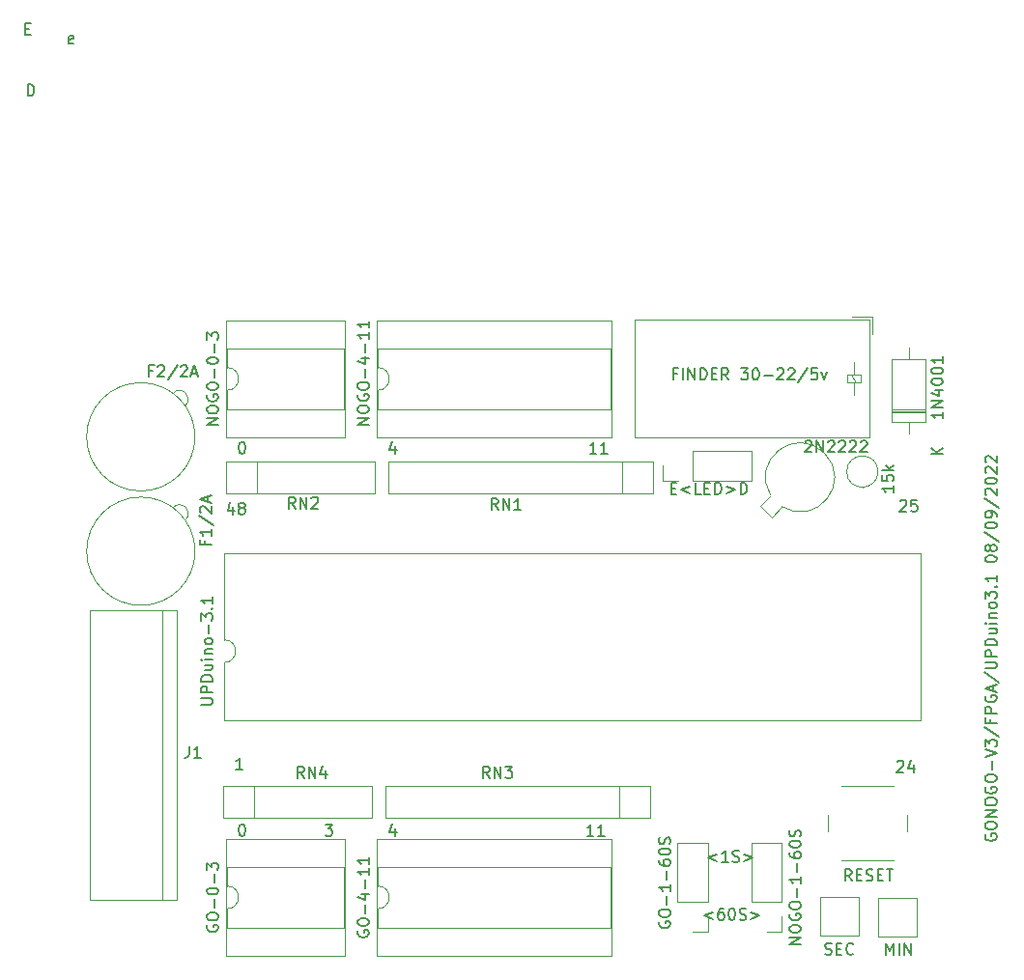
<source format=gbr>
%TF.GenerationSoftware,KiCad,Pcbnew,(5.1.9)-1*%
%TF.CreationDate,2022-09-08T11:50:57+02:00*%
%TF.ProjectId,gonogo-upduino,676f6e6f-676f-42d7-9570-6475696e6f2e,rev?*%
%TF.SameCoordinates,Original*%
%TF.FileFunction,Legend,Top*%
%TF.FilePolarity,Positive*%
%FSLAX46Y46*%
G04 Gerber Fmt 4.6, Leading zero omitted, Abs format (unit mm)*
G04 Created by KiCad (PCBNEW (5.1.9)-1) date 2022-09-08 11:50:57*
%MOMM*%
%LPD*%
G01*
G04 APERTURE LIST*
%ADD10C,0.150000*%
%ADD11C,0.120000*%
G04 APERTURE END LIST*
D10*
X199525000Y-100383523D02*
X199477380Y-100478761D01*
X199477380Y-100621619D01*
X199525000Y-100764476D01*
X199620238Y-100859714D01*
X199715476Y-100907333D01*
X199905952Y-100954952D01*
X200048809Y-100954952D01*
X200239285Y-100907333D01*
X200334523Y-100859714D01*
X200429761Y-100764476D01*
X200477380Y-100621619D01*
X200477380Y-100526380D01*
X200429761Y-100383523D01*
X200382142Y-100335904D01*
X200048809Y-100335904D01*
X200048809Y-100526380D01*
X199477380Y-99716857D02*
X199477380Y-99526380D01*
X199525000Y-99431142D01*
X199620238Y-99335904D01*
X199810714Y-99288285D01*
X200144047Y-99288285D01*
X200334523Y-99335904D01*
X200429761Y-99431142D01*
X200477380Y-99526380D01*
X200477380Y-99716857D01*
X200429761Y-99812095D01*
X200334523Y-99907333D01*
X200144047Y-99954952D01*
X199810714Y-99954952D01*
X199620238Y-99907333D01*
X199525000Y-99812095D01*
X199477380Y-99716857D01*
X200477380Y-98859714D02*
X199477380Y-98859714D01*
X200477380Y-98288285D01*
X199477380Y-98288285D01*
X199477380Y-97621619D02*
X199477380Y-97431142D01*
X199525000Y-97335904D01*
X199620238Y-97240666D01*
X199810714Y-97193047D01*
X200144047Y-97193047D01*
X200334523Y-97240666D01*
X200429761Y-97335904D01*
X200477380Y-97431142D01*
X200477380Y-97621619D01*
X200429761Y-97716857D01*
X200334523Y-97812095D01*
X200144047Y-97859714D01*
X199810714Y-97859714D01*
X199620238Y-97812095D01*
X199525000Y-97716857D01*
X199477380Y-97621619D01*
X199525000Y-96240666D02*
X199477380Y-96335904D01*
X199477380Y-96478761D01*
X199525000Y-96621619D01*
X199620238Y-96716857D01*
X199715476Y-96764476D01*
X199905952Y-96812095D01*
X200048809Y-96812095D01*
X200239285Y-96764476D01*
X200334523Y-96716857D01*
X200429761Y-96621619D01*
X200477380Y-96478761D01*
X200477380Y-96383523D01*
X200429761Y-96240666D01*
X200382142Y-96193047D01*
X200048809Y-96193047D01*
X200048809Y-96383523D01*
X199477380Y-95574000D02*
X199477380Y-95383523D01*
X199525000Y-95288285D01*
X199620238Y-95193047D01*
X199810714Y-95145428D01*
X200144047Y-95145428D01*
X200334523Y-95193047D01*
X200429761Y-95288285D01*
X200477380Y-95383523D01*
X200477380Y-95574000D01*
X200429761Y-95669238D01*
X200334523Y-95764476D01*
X200144047Y-95812095D01*
X199810714Y-95812095D01*
X199620238Y-95764476D01*
X199525000Y-95669238D01*
X199477380Y-95574000D01*
X200096428Y-94716857D02*
X200096428Y-93954952D01*
X199477380Y-93621619D02*
X200477380Y-93288285D01*
X199477380Y-92954952D01*
X199477380Y-92716857D02*
X199477380Y-92097809D01*
X199858333Y-92431142D01*
X199858333Y-92288285D01*
X199905952Y-92193047D01*
X199953571Y-92145428D01*
X200048809Y-92097809D01*
X200286904Y-92097809D01*
X200382142Y-92145428D01*
X200429761Y-92193047D01*
X200477380Y-92288285D01*
X200477380Y-92574000D01*
X200429761Y-92669238D01*
X200382142Y-92716857D01*
X199429761Y-90954952D02*
X200715476Y-91812095D01*
X199953571Y-90288285D02*
X199953571Y-90621619D01*
X200477380Y-90621619D02*
X199477380Y-90621619D01*
X199477380Y-90145428D01*
X200477380Y-89764476D02*
X199477380Y-89764476D01*
X199477380Y-89383523D01*
X199525000Y-89288285D01*
X199572619Y-89240666D01*
X199667857Y-89193047D01*
X199810714Y-89193047D01*
X199905952Y-89240666D01*
X199953571Y-89288285D01*
X200001190Y-89383523D01*
X200001190Y-89764476D01*
X199525000Y-88240666D02*
X199477380Y-88335904D01*
X199477380Y-88478761D01*
X199525000Y-88621619D01*
X199620238Y-88716857D01*
X199715476Y-88764476D01*
X199905952Y-88812095D01*
X200048809Y-88812095D01*
X200239285Y-88764476D01*
X200334523Y-88716857D01*
X200429761Y-88621619D01*
X200477380Y-88478761D01*
X200477380Y-88383523D01*
X200429761Y-88240666D01*
X200382142Y-88193047D01*
X200048809Y-88193047D01*
X200048809Y-88383523D01*
X200191666Y-87812095D02*
X200191666Y-87335904D01*
X200477380Y-87907333D02*
X199477380Y-87574000D01*
X200477380Y-87240666D01*
X199429761Y-86193047D02*
X200715476Y-87050190D01*
X199477380Y-85859714D02*
X200286904Y-85859714D01*
X200382142Y-85812095D01*
X200429761Y-85764476D01*
X200477380Y-85669238D01*
X200477380Y-85478761D01*
X200429761Y-85383523D01*
X200382142Y-85335904D01*
X200286904Y-85288285D01*
X199477380Y-85288285D01*
X200477380Y-84812095D02*
X199477380Y-84812095D01*
X199477380Y-84431142D01*
X199525000Y-84335904D01*
X199572619Y-84288285D01*
X199667857Y-84240666D01*
X199810714Y-84240666D01*
X199905952Y-84288285D01*
X199953571Y-84335904D01*
X200001190Y-84431142D01*
X200001190Y-84812095D01*
X200477380Y-83812095D02*
X199477380Y-83812095D01*
X199477380Y-83574000D01*
X199525000Y-83431142D01*
X199620238Y-83335904D01*
X199715476Y-83288285D01*
X199905952Y-83240666D01*
X200048809Y-83240666D01*
X200239285Y-83288285D01*
X200334523Y-83335904D01*
X200429761Y-83431142D01*
X200477380Y-83574000D01*
X200477380Y-83812095D01*
X199810714Y-82383523D02*
X200477380Y-82383523D01*
X199810714Y-82812095D02*
X200334523Y-82812095D01*
X200429761Y-82764476D01*
X200477380Y-82669238D01*
X200477380Y-82526380D01*
X200429761Y-82431142D01*
X200382142Y-82383523D01*
X200477380Y-81907333D02*
X199810714Y-81907333D01*
X199477380Y-81907333D02*
X199525000Y-81954952D01*
X199572619Y-81907333D01*
X199525000Y-81859714D01*
X199477380Y-81907333D01*
X199572619Y-81907333D01*
X199810714Y-81431142D02*
X200477380Y-81431142D01*
X199905952Y-81431142D02*
X199858333Y-81383523D01*
X199810714Y-81288285D01*
X199810714Y-81145428D01*
X199858333Y-81050190D01*
X199953571Y-81002571D01*
X200477380Y-81002571D01*
X200477380Y-80383523D02*
X200429761Y-80478761D01*
X200382142Y-80526380D01*
X200286904Y-80574000D01*
X200001190Y-80574000D01*
X199905952Y-80526380D01*
X199858333Y-80478761D01*
X199810714Y-80383523D01*
X199810714Y-80240666D01*
X199858333Y-80145428D01*
X199905952Y-80097809D01*
X200001190Y-80050190D01*
X200286904Y-80050190D01*
X200382142Y-80097809D01*
X200429761Y-80145428D01*
X200477380Y-80240666D01*
X200477380Y-80383523D01*
X199477380Y-79716857D02*
X199477380Y-79097809D01*
X199858333Y-79431142D01*
X199858333Y-79288285D01*
X199905952Y-79193047D01*
X199953571Y-79145428D01*
X200048809Y-79097809D01*
X200286904Y-79097809D01*
X200382142Y-79145428D01*
X200429761Y-79193047D01*
X200477380Y-79288285D01*
X200477380Y-79574000D01*
X200429761Y-79669238D01*
X200382142Y-79716857D01*
X200382142Y-78669238D02*
X200429761Y-78621619D01*
X200477380Y-78669238D01*
X200429761Y-78716857D01*
X200382142Y-78669238D01*
X200477380Y-78669238D01*
X200477380Y-77669238D02*
X200477380Y-78240666D01*
X200477380Y-77954952D02*
X199477380Y-77954952D01*
X199620238Y-78050190D01*
X199715476Y-78145428D01*
X199763095Y-78240666D01*
X199477380Y-76288285D02*
X199477380Y-76193047D01*
X199525000Y-76097809D01*
X199572619Y-76050190D01*
X199667857Y-76002571D01*
X199858333Y-75954952D01*
X200096428Y-75954952D01*
X200286904Y-76002571D01*
X200382142Y-76050190D01*
X200429761Y-76097809D01*
X200477380Y-76193047D01*
X200477380Y-76288285D01*
X200429761Y-76383523D01*
X200382142Y-76431142D01*
X200286904Y-76478761D01*
X200096428Y-76526380D01*
X199858333Y-76526380D01*
X199667857Y-76478761D01*
X199572619Y-76431142D01*
X199525000Y-76383523D01*
X199477380Y-76288285D01*
X199905952Y-75383523D02*
X199858333Y-75478761D01*
X199810714Y-75526380D01*
X199715476Y-75574000D01*
X199667857Y-75574000D01*
X199572619Y-75526380D01*
X199525000Y-75478761D01*
X199477380Y-75383523D01*
X199477380Y-75193047D01*
X199525000Y-75097809D01*
X199572619Y-75050190D01*
X199667857Y-75002571D01*
X199715476Y-75002571D01*
X199810714Y-75050190D01*
X199858333Y-75097809D01*
X199905952Y-75193047D01*
X199905952Y-75383523D01*
X199953571Y-75478761D01*
X200001190Y-75526380D01*
X200096428Y-75574000D01*
X200286904Y-75574000D01*
X200382142Y-75526380D01*
X200429761Y-75478761D01*
X200477380Y-75383523D01*
X200477380Y-75193047D01*
X200429761Y-75097809D01*
X200382142Y-75050190D01*
X200286904Y-75002571D01*
X200096428Y-75002571D01*
X200001190Y-75050190D01*
X199953571Y-75097809D01*
X199905952Y-75193047D01*
X199429761Y-73859714D02*
X200715476Y-74716857D01*
X199477380Y-73335904D02*
X199477380Y-73240666D01*
X199525000Y-73145428D01*
X199572619Y-73097809D01*
X199667857Y-73050190D01*
X199858333Y-73002571D01*
X200096428Y-73002571D01*
X200286904Y-73050190D01*
X200382142Y-73097809D01*
X200429761Y-73145428D01*
X200477380Y-73240666D01*
X200477380Y-73335904D01*
X200429761Y-73431142D01*
X200382142Y-73478761D01*
X200286904Y-73526380D01*
X200096428Y-73574000D01*
X199858333Y-73574000D01*
X199667857Y-73526380D01*
X199572619Y-73478761D01*
X199525000Y-73431142D01*
X199477380Y-73335904D01*
X200477380Y-72526380D02*
X200477380Y-72335904D01*
X200429761Y-72240666D01*
X200382142Y-72193047D01*
X200239285Y-72097809D01*
X200048809Y-72050190D01*
X199667857Y-72050190D01*
X199572619Y-72097809D01*
X199525000Y-72145428D01*
X199477380Y-72240666D01*
X199477380Y-72431142D01*
X199525000Y-72526380D01*
X199572619Y-72574000D01*
X199667857Y-72621619D01*
X199905952Y-72621619D01*
X200001190Y-72574000D01*
X200048809Y-72526380D01*
X200096428Y-72431142D01*
X200096428Y-72240666D01*
X200048809Y-72145428D01*
X200001190Y-72097809D01*
X199905952Y-72050190D01*
X199429761Y-70907333D02*
X200715476Y-71764476D01*
X199572619Y-70621619D02*
X199525000Y-70574000D01*
X199477380Y-70478761D01*
X199477380Y-70240666D01*
X199525000Y-70145428D01*
X199572619Y-70097809D01*
X199667857Y-70050190D01*
X199763095Y-70050190D01*
X199905952Y-70097809D01*
X200477380Y-70669238D01*
X200477380Y-70050190D01*
X199477380Y-69431142D02*
X199477380Y-69335904D01*
X199525000Y-69240666D01*
X199572619Y-69193047D01*
X199667857Y-69145428D01*
X199858333Y-69097809D01*
X200096428Y-69097809D01*
X200286904Y-69145428D01*
X200382142Y-69193047D01*
X200429761Y-69240666D01*
X200477380Y-69335904D01*
X200477380Y-69431142D01*
X200429761Y-69526380D01*
X200382142Y-69574000D01*
X200286904Y-69621619D01*
X200096428Y-69669238D01*
X199858333Y-69669238D01*
X199667857Y-69621619D01*
X199572619Y-69574000D01*
X199525000Y-69526380D01*
X199477380Y-69431142D01*
X199572619Y-68716857D02*
X199525000Y-68669238D01*
X199477380Y-68574000D01*
X199477380Y-68335904D01*
X199525000Y-68240666D01*
X199572619Y-68193047D01*
X199667857Y-68145428D01*
X199763095Y-68145428D01*
X199905952Y-68193047D01*
X200477380Y-68764476D01*
X200477380Y-68145428D01*
X199572619Y-67764476D02*
X199525000Y-67716857D01*
X199477380Y-67621619D01*
X199477380Y-67383523D01*
X199525000Y-67288285D01*
X199572619Y-67240666D01*
X199667857Y-67193047D01*
X199763095Y-67193047D01*
X199905952Y-67240666D01*
X200477380Y-67812095D01*
X200477380Y-67193047D01*
X133572285Y-71667714D02*
X133572285Y-72334380D01*
X133334190Y-71286761D02*
X133096095Y-72001047D01*
X133715142Y-72001047D01*
X134238952Y-71762952D02*
X134143714Y-71715333D01*
X134096095Y-71667714D01*
X134048476Y-71572476D01*
X134048476Y-71524857D01*
X134096095Y-71429619D01*
X134143714Y-71382000D01*
X134238952Y-71334380D01*
X134429428Y-71334380D01*
X134524666Y-71382000D01*
X134572285Y-71429619D01*
X134619904Y-71524857D01*
X134619904Y-71572476D01*
X134572285Y-71667714D01*
X134524666Y-71715333D01*
X134429428Y-71762952D01*
X134238952Y-71762952D01*
X134143714Y-71810571D01*
X134096095Y-71858190D01*
X134048476Y-71953428D01*
X134048476Y-72143904D01*
X134096095Y-72239142D01*
X134143714Y-72286761D01*
X134238952Y-72334380D01*
X134429428Y-72334380D01*
X134524666Y-72286761D01*
X134572285Y-72239142D01*
X134619904Y-72143904D01*
X134619904Y-71953428D01*
X134572285Y-71858190D01*
X134524666Y-71810571D01*
X134429428Y-71762952D01*
X192024095Y-71175619D02*
X192071714Y-71128000D01*
X192166952Y-71080380D01*
X192405047Y-71080380D01*
X192500285Y-71128000D01*
X192547904Y-71175619D01*
X192595523Y-71270857D01*
X192595523Y-71366095D01*
X192547904Y-71508952D01*
X191976476Y-72080380D01*
X192595523Y-72080380D01*
X193500285Y-71080380D02*
X193024095Y-71080380D01*
X192976476Y-71556571D01*
X193024095Y-71508952D01*
X193119333Y-71461333D01*
X193357428Y-71461333D01*
X193452666Y-71508952D01*
X193500285Y-71556571D01*
X193547904Y-71651809D01*
X193547904Y-71889904D01*
X193500285Y-71985142D01*
X193452666Y-72032761D01*
X193357428Y-72080380D01*
X193119333Y-72080380D01*
X193024095Y-72032761D01*
X192976476Y-71985142D01*
X191770095Y-94035619D02*
X191817714Y-93988000D01*
X191912952Y-93940380D01*
X192151047Y-93940380D01*
X192246285Y-93988000D01*
X192293904Y-94035619D01*
X192341523Y-94130857D01*
X192341523Y-94226095D01*
X192293904Y-94368952D01*
X191722476Y-94940380D01*
X192341523Y-94940380D01*
X193198666Y-94273714D02*
X193198666Y-94940380D01*
X192960571Y-93892761D02*
X192722476Y-94607047D01*
X193341523Y-94607047D01*
X134397714Y-94686380D02*
X133826285Y-94686380D01*
X134112000Y-94686380D02*
X134112000Y-93686380D01*
X134016761Y-93829238D01*
X133921523Y-93924476D01*
X133826285Y-93972095D01*
X175625333Y-107227714D02*
X174863428Y-107513428D01*
X175625333Y-107799142D01*
X176530095Y-106894380D02*
X176339619Y-106894380D01*
X176244380Y-106942000D01*
X176196761Y-106989619D01*
X176101523Y-107132476D01*
X176053904Y-107322952D01*
X176053904Y-107703904D01*
X176101523Y-107799142D01*
X176149142Y-107846761D01*
X176244380Y-107894380D01*
X176434857Y-107894380D01*
X176530095Y-107846761D01*
X176577714Y-107799142D01*
X176625333Y-107703904D01*
X176625333Y-107465809D01*
X176577714Y-107370571D01*
X176530095Y-107322952D01*
X176434857Y-107275333D01*
X176244380Y-107275333D01*
X176149142Y-107322952D01*
X176101523Y-107370571D01*
X176053904Y-107465809D01*
X177244380Y-106894380D02*
X177339619Y-106894380D01*
X177434857Y-106942000D01*
X177482476Y-106989619D01*
X177530095Y-107084857D01*
X177577714Y-107275333D01*
X177577714Y-107513428D01*
X177530095Y-107703904D01*
X177482476Y-107799142D01*
X177434857Y-107846761D01*
X177339619Y-107894380D01*
X177244380Y-107894380D01*
X177149142Y-107846761D01*
X177101523Y-107799142D01*
X177053904Y-107703904D01*
X177006285Y-107513428D01*
X177006285Y-107275333D01*
X177053904Y-107084857D01*
X177101523Y-106989619D01*
X177149142Y-106942000D01*
X177244380Y-106894380D01*
X177958666Y-107846761D02*
X178101523Y-107894380D01*
X178339619Y-107894380D01*
X178434857Y-107846761D01*
X178482476Y-107799142D01*
X178530095Y-107703904D01*
X178530095Y-107608666D01*
X178482476Y-107513428D01*
X178434857Y-107465809D01*
X178339619Y-107418190D01*
X178149142Y-107370571D01*
X178053904Y-107322952D01*
X178006285Y-107275333D01*
X177958666Y-107180095D01*
X177958666Y-107084857D01*
X178006285Y-106989619D01*
X178053904Y-106942000D01*
X178149142Y-106894380D01*
X178387238Y-106894380D01*
X178530095Y-106942000D01*
X178958666Y-107227714D02*
X179720571Y-107513428D01*
X178958666Y-107799142D01*
X175974523Y-102147714D02*
X175212619Y-102433428D01*
X175974523Y-102719142D01*
X176974523Y-102814380D02*
X176403095Y-102814380D01*
X176688809Y-102814380D02*
X176688809Y-101814380D01*
X176593571Y-101957238D01*
X176498333Y-102052476D01*
X176403095Y-102100095D01*
X177355476Y-102766761D02*
X177498333Y-102814380D01*
X177736428Y-102814380D01*
X177831666Y-102766761D01*
X177879285Y-102719142D01*
X177926904Y-102623904D01*
X177926904Y-102528666D01*
X177879285Y-102433428D01*
X177831666Y-102385809D01*
X177736428Y-102338190D01*
X177545952Y-102290571D01*
X177450714Y-102242952D01*
X177403095Y-102195333D01*
X177355476Y-102100095D01*
X177355476Y-102004857D01*
X177403095Y-101909619D01*
X177450714Y-101862000D01*
X177545952Y-101814380D01*
X177784047Y-101814380D01*
X177926904Y-101862000D01*
X178355476Y-102147714D02*
X179117380Y-102433428D01*
X178355476Y-102719142D01*
X165163523Y-100528380D02*
X164592095Y-100528380D01*
X164877809Y-100528380D02*
X164877809Y-99528380D01*
X164782571Y-99671238D01*
X164687333Y-99766476D01*
X164592095Y-99814095D01*
X166115904Y-100528380D02*
X165544476Y-100528380D01*
X165830190Y-100528380D02*
X165830190Y-99528380D01*
X165734952Y-99671238D01*
X165639714Y-99766476D01*
X165544476Y-99814095D01*
X147764476Y-99861714D02*
X147764476Y-100528380D01*
X147526380Y-99480761D02*
X147288285Y-100195047D01*
X147907333Y-100195047D01*
X141652666Y-99528380D02*
X142271714Y-99528380D01*
X141938380Y-99909333D01*
X142081238Y-99909333D01*
X142176476Y-99956952D01*
X142224095Y-100004571D01*
X142271714Y-100099809D01*
X142271714Y-100337904D01*
X142224095Y-100433142D01*
X142176476Y-100480761D01*
X142081238Y-100528380D01*
X141795523Y-100528380D01*
X141700285Y-100480761D01*
X141652666Y-100433142D01*
X134318380Y-99528380D02*
X134413619Y-99528380D01*
X134508857Y-99576000D01*
X134556476Y-99623619D01*
X134604095Y-99718857D01*
X134651714Y-99909333D01*
X134651714Y-100147428D01*
X134604095Y-100337904D01*
X134556476Y-100433142D01*
X134508857Y-100480761D01*
X134413619Y-100528380D01*
X134318380Y-100528380D01*
X134223142Y-100480761D01*
X134175523Y-100433142D01*
X134127904Y-100337904D01*
X134080285Y-100147428D01*
X134080285Y-99909333D01*
X134127904Y-99718857D01*
X134175523Y-99623619D01*
X134223142Y-99576000D01*
X134318380Y-99528380D01*
X165417523Y-67000380D02*
X164846095Y-67000380D01*
X165131809Y-67000380D02*
X165131809Y-66000380D01*
X165036571Y-66143238D01*
X164941333Y-66238476D01*
X164846095Y-66286095D01*
X166369904Y-67000380D02*
X165798476Y-67000380D01*
X166084190Y-67000380D02*
X166084190Y-66000380D01*
X165988952Y-66143238D01*
X165893714Y-66238476D01*
X165798476Y-66286095D01*
X147764476Y-66333714D02*
X147764476Y-67000380D01*
X147526380Y-65952761D02*
X147288285Y-66667047D01*
X147907333Y-66667047D01*
X134318380Y-66000380D02*
X134413619Y-66000380D01*
X134508857Y-66048000D01*
X134556476Y-66095619D01*
X134604095Y-66190857D01*
X134651714Y-66381333D01*
X134651714Y-66619428D01*
X134604095Y-66809904D01*
X134556476Y-66905142D01*
X134508857Y-66952761D01*
X134413619Y-67000380D01*
X134318380Y-67000380D01*
X134223142Y-66952761D01*
X134175523Y-66905142D01*
X134127904Y-66809904D01*
X134080285Y-66619428D01*
X134080285Y-66381333D01*
X134127904Y-66190857D01*
X134175523Y-66095619D01*
X134223142Y-66048000D01*
X134318380Y-66000380D01*
X119570476Y-31011761D02*
X119475238Y-31059380D01*
X119284761Y-31059380D01*
X119189523Y-31011761D01*
X119141904Y-30916523D01*
X119141904Y-30535571D01*
X119189523Y-30440333D01*
X119284761Y-30392714D01*
X119475238Y-30392714D01*
X119570476Y-30440333D01*
X119618095Y-30535571D01*
X119618095Y-30630809D01*
X119141904Y-30726047D01*
X115562095Y-35631380D02*
X115562095Y-34631380D01*
X115800190Y-34631380D01*
X115943047Y-34679000D01*
X116038285Y-34774238D01*
X116085904Y-34869476D01*
X116133523Y-35059952D01*
X116133523Y-35202809D01*
X116085904Y-35393285D01*
X116038285Y-35488523D01*
X115943047Y-35583761D01*
X115800190Y-35631380D01*
X115562095Y-35631380D01*
X115355714Y-29773571D02*
X115689047Y-29773571D01*
X115831904Y-30297380D02*
X115355714Y-30297380D01*
X115355714Y-29297380D01*
X115831904Y-29297380D01*
D11*
%TO.C,UPDuino-3.1*%
X132782000Y-75728000D02*
X132782000Y-83328000D01*
X193862000Y-75728000D02*
X132782000Y-75728000D01*
X193862000Y-90388000D02*
X193862000Y-75728000D01*
X132782000Y-90388000D02*
X193862000Y-90388000D01*
X132782000Y-85328000D02*
X132782000Y-90388000D01*
X132782000Y-83328000D02*
G75*
G02*
X132782000Y-85328000I0J-1000000D01*
G01*
%TO.C,1N4001*%
X191316000Y-64188000D02*
X194256000Y-64188000D01*
X194256000Y-64188000D02*
X194256000Y-58748000D01*
X194256000Y-58748000D02*
X191316000Y-58748000D01*
X191316000Y-58748000D02*
X191316000Y-64188000D01*
X192786000Y-65208000D02*
X192786000Y-64188000D01*
X192786000Y-57728000D02*
X192786000Y-58748000D01*
X191316000Y-63288000D02*
X194256000Y-63288000D01*
X191316000Y-63168000D02*
X194256000Y-63168000D01*
X191316000Y-63408000D02*
X194256000Y-63408000D01*
%TO.C,E<LED>D*%
X179003000Y-69402000D02*
X179003000Y-66742000D01*
X173863000Y-69402000D02*
X179003000Y-69402000D01*
X173863000Y-66742000D02*
X179003000Y-66742000D01*
X173863000Y-69402000D02*
X173863000Y-66742000D01*
X172593000Y-69402000D02*
X171263000Y-69402000D01*
X171263000Y-69402000D02*
X171263000Y-68072000D01*
%TO.C,NOGO-1-60S*%
X181670000Y-101159000D02*
X179010000Y-101159000D01*
X181670000Y-106299000D02*
X181670000Y-101159000D01*
X179010000Y-106299000D02*
X179010000Y-101159000D01*
X181670000Y-106299000D02*
X179010000Y-106299000D01*
X181670000Y-107569000D02*
X181670000Y-108899000D01*
X181670000Y-108899000D02*
X180340000Y-108899000D01*
%TO.C,GO-1-60S*%
X175193000Y-108899000D02*
X173863000Y-108899000D01*
X175193000Y-107569000D02*
X175193000Y-108899000D01*
X175193000Y-106299000D02*
X172533000Y-106299000D01*
X172533000Y-106299000D02*
X172533000Y-101159000D01*
X175193000Y-106299000D02*
X175193000Y-101159000D01*
X175193000Y-101159000D02*
X172533000Y-101159000D01*
%TO.C,FINDER 30-22/5v*%
X187860000Y-55042000D02*
X189580000Y-55042000D01*
X189580000Y-55042000D02*
X189580000Y-56542000D01*
X168810000Y-55292000D02*
X189330000Y-55292000D01*
X189330000Y-55292000D02*
X189330000Y-65612000D01*
X189330000Y-65612000D02*
X168810000Y-65612000D01*
X168810000Y-65612000D02*
X168810000Y-55292000D01*
X187960000Y-60042000D02*
X187960000Y-58942000D01*
X187960000Y-60742000D02*
X187960000Y-61842000D01*
X187760000Y-60042000D02*
X188160000Y-60742000D01*
X188560000Y-60042000D02*
X187360000Y-60042000D01*
X187360000Y-60042000D02*
X187360000Y-60742000D01*
X187360000Y-60742000D02*
X188560000Y-60742000D01*
X188560000Y-60742000D02*
X188560000Y-60042000D01*
%TO.C,2N2222*%
X180688719Y-70670331D02*
X179776552Y-71582499D01*
X179776552Y-71582499D02*
X180766501Y-72572448D01*
X180766501Y-72572448D02*
X181678669Y-71660281D01*
X181678456Y-71660150D02*
G75*
G03*
X180688719Y-70670331I1582544J2572150D01*
G01*
%TO.C,RN1*%
X167640000Y-70488000D02*
X167640000Y-67688000D01*
X147150000Y-70488000D02*
X170350000Y-70488000D01*
X147150000Y-67688000D02*
X147150000Y-70488000D01*
X170350000Y-67688000D02*
X147150000Y-67688000D01*
X170350000Y-70488000D02*
X170350000Y-67688000D01*
%TO.C,RN2*%
X135636000Y-67688000D02*
X135636000Y-70488000D01*
X145966000Y-67688000D02*
X132926000Y-67688000D01*
X145966000Y-70488000D02*
X145966000Y-67688000D01*
X132926000Y-70488000D02*
X145966000Y-70488000D01*
X132926000Y-67688000D02*
X132926000Y-70488000D01*
%TO.C,RN3*%
X170096000Y-98936000D02*
X170096000Y-96136000D01*
X170096000Y-96136000D02*
X146896000Y-96136000D01*
X146896000Y-96136000D02*
X146896000Y-98936000D01*
X146896000Y-98936000D02*
X170096000Y-98936000D01*
X167386000Y-98936000D02*
X167386000Y-96136000D01*
%TO.C,RN4*%
X132672000Y-96136000D02*
X132672000Y-98936000D01*
X132672000Y-98936000D02*
X145712000Y-98936000D01*
X145712000Y-98936000D02*
X145712000Y-96136000D01*
X145712000Y-96136000D02*
X132672000Y-96136000D01*
X135382000Y-96136000D02*
X135382000Y-98936000D01*
%TO.C,NOGO-4-11*%
X146244000Y-61452000D02*
X146244000Y-63102000D01*
X146244000Y-63102000D02*
X166684000Y-63102000D01*
X166684000Y-63102000D02*
X166684000Y-57802000D01*
X166684000Y-57802000D02*
X146244000Y-57802000D01*
X146244000Y-57802000D02*
X146244000Y-59452000D01*
X146184000Y-65592000D02*
X166744000Y-65592000D01*
X166744000Y-65592000D02*
X166744000Y-55312000D01*
X166744000Y-55312000D02*
X146184000Y-55312000D01*
X146184000Y-55312000D02*
X146184000Y-65592000D01*
X146244000Y-59452000D02*
G75*
G02*
X146244000Y-61452000I0J-1000000D01*
G01*
%TO.C,NOGO-0-3*%
X132976000Y-55312000D02*
X132976000Y-65592000D01*
X143376000Y-55312000D02*
X132976000Y-55312000D01*
X143376000Y-65592000D02*
X143376000Y-55312000D01*
X132976000Y-65592000D02*
X143376000Y-65592000D01*
X133036000Y-57802000D02*
X133036000Y-59452000D01*
X143316000Y-57802000D02*
X133036000Y-57802000D01*
X143316000Y-63102000D02*
X143316000Y-57802000D01*
X133036000Y-63102000D02*
X143316000Y-63102000D01*
X133036000Y-61452000D02*
X133036000Y-63102000D01*
X133036000Y-59452000D02*
G75*
G02*
X133036000Y-61452000I0J-1000000D01*
G01*
%TO.C,GO-0-3*%
X133036000Y-106918000D02*
X133036000Y-108568000D01*
X133036000Y-108568000D02*
X143316000Y-108568000D01*
X143316000Y-108568000D02*
X143316000Y-103268000D01*
X143316000Y-103268000D02*
X133036000Y-103268000D01*
X133036000Y-103268000D02*
X133036000Y-104918000D01*
X132976000Y-111058000D02*
X143376000Y-111058000D01*
X143376000Y-111058000D02*
X143376000Y-100778000D01*
X143376000Y-100778000D02*
X132976000Y-100778000D01*
X132976000Y-100778000D02*
X132976000Y-111058000D01*
X133036000Y-104918000D02*
G75*
G02*
X133036000Y-106918000I0J-1000000D01*
G01*
%TO.C,GO-4-11*%
X146184000Y-100778000D02*
X146184000Y-111058000D01*
X166744000Y-100778000D02*
X146184000Y-100778000D01*
X166744000Y-111058000D02*
X166744000Y-100778000D01*
X146184000Y-111058000D02*
X166744000Y-111058000D01*
X146244000Y-103268000D02*
X146244000Y-104918000D01*
X166684000Y-103268000D02*
X146244000Y-103268000D01*
X166684000Y-108568000D02*
X166684000Y-103268000D01*
X146244000Y-108568000D02*
X166684000Y-108568000D01*
X146244000Y-106918000D02*
X146244000Y-108568000D01*
X146244000Y-104918000D02*
G75*
G02*
X146244000Y-106918000I0J-1000000D01*
G01*
%TO.C,MIN*%
X190070000Y-109396000D02*
X190070000Y-105996000D01*
X193470000Y-109396000D02*
X190070000Y-109396000D01*
X193470000Y-105996000D02*
X193470000Y-109396000D01*
X190070000Y-105996000D02*
X193470000Y-105996000D01*
%TO.C,SEC*%
X184990000Y-105869000D02*
X188390000Y-105869000D01*
X188390000Y-105869000D02*
X188390000Y-109269000D01*
X188390000Y-109269000D02*
X184990000Y-109269000D01*
X184990000Y-109269000D02*
X184990000Y-105869000D01*
%TO.C,F1/2A*%
X130236000Y-75565000D02*
G75*
G03*
X130236000Y-75565000I-4750000J0D01*
G01*
X129466000Y-72615000D02*
X129316000Y-72745000D01*
X129546000Y-72435000D02*
X129466000Y-72615000D01*
X129586000Y-72145000D02*
X129546000Y-72435000D01*
X129506000Y-71855000D02*
X129586000Y-72145000D01*
X129336000Y-71635000D02*
X129506000Y-71855000D01*
X129076000Y-71485000D02*
X129336000Y-71635000D01*
X128816000Y-71455000D02*
X129076000Y-71485000D01*
X128566000Y-71505000D02*
X128816000Y-71455000D01*
X128406000Y-71595000D02*
X128566000Y-71505000D01*
X128266000Y-71715000D02*
X128406000Y-71595000D01*
%TO.C,J1*%
X128651000Y-106172000D02*
X128651000Y-80772000D01*
X127381000Y-106172000D02*
X127381000Y-80772000D01*
X121031000Y-106172000D02*
X121031000Y-80772000D01*
X121031000Y-80772000D02*
X128651000Y-80772000D01*
X121031000Y-106172000D02*
X128651000Y-106172000D01*
%TO.C,F2/2A*%
X128266000Y-61682000D02*
X128406000Y-61562000D01*
X128406000Y-61562000D02*
X128566000Y-61472000D01*
X128566000Y-61472000D02*
X128816000Y-61422000D01*
X128816000Y-61422000D02*
X129076000Y-61452000D01*
X129076000Y-61452000D02*
X129336000Y-61602000D01*
X129336000Y-61602000D02*
X129506000Y-61822000D01*
X129506000Y-61822000D02*
X129586000Y-62112000D01*
X129586000Y-62112000D02*
X129546000Y-62402000D01*
X129546000Y-62402000D02*
X129466000Y-62582000D01*
X129466000Y-62582000D02*
X129316000Y-62712000D01*
X130236000Y-65532000D02*
G75*
G03*
X130236000Y-65532000I-4750000J0D01*
G01*
%TO.C,RESET*%
X192678000Y-100155000D02*
X192678000Y-98655000D01*
X191428000Y-96155000D02*
X186928000Y-96155000D01*
X185678000Y-98655000D02*
X185678000Y-100155000D01*
X186928000Y-102655000D02*
X191428000Y-102655000D01*
%TO.C,15k*%
X190092000Y-68580000D02*
G75*
G03*
X190092000Y-68580000I-1370000J0D01*
G01*
X188722000Y-69950000D02*
X188722000Y-70020000D01*
%TO.C,UPDuino-3.1*%
D10*
X130770380Y-89018476D02*
X131579904Y-89018476D01*
X131675142Y-88970857D01*
X131722761Y-88923238D01*
X131770380Y-88828000D01*
X131770380Y-88637523D01*
X131722761Y-88542285D01*
X131675142Y-88494666D01*
X131579904Y-88447047D01*
X130770380Y-88447047D01*
X131770380Y-87970857D02*
X130770380Y-87970857D01*
X130770380Y-87589904D01*
X130818000Y-87494666D01*
X130865619Y-87447047D01*
X130960857Y-87399428D01*
X131103714Y-87399428D01*
X131198952Y-87447047D01*
X131246571Y-87494666D01*
X131294190Y-87589904D01*
X131294190Y-87970857D01*
X131770380Y-86970857D02*
X130770380Y-86970857D01*
X130770380Y-86732761D01*
X130818000Y-86589904D01*
X130913238Y-86494666D01*
X131008476Y-86447047D01*
X131198952Y-86399428D01*
X131341809Y-86399428D01*
X131532285Y-86447047D01*
X131627523Y-86494666D01*
X131722761Y-86589904D01*
X131770380Y-86732761D01*
X131770380Y-86970857D01*
X131103714Y-85542285D02*
X131770380Y-85542285D01*
X131103714Y-85970857D02*
X131627523Y-85970857D01*
X131722761Y-85923238D01*
X131770380Y-85828000D01*
X131770380Y-85685142D01*
X131722761Y-85589904D01*
X131675142Y-85542285D01*
X131770380Y-85066095D02*
X131103714Y-85066095D01*
X130770380Y-85066095D02*
X130818000Y-85113714D01*
X130865619Y-85066095D01*
X130818000Y-85018476D01*
X130770380Y-85066095D01*
X130865619Y-85066095D01*
X131103714Y-84589904D02*
X131770380Y-84589904D01*
X131198952Y-84589904D02*
X131151333Y-84542285D01*
X131103714Y-84447047D01*
X131103714Y-84304190D01*
X131151333Y-84208952D01*
X131246571Y-84161333D01*
X131770380Y-84161333D01*
X131770380Y-83542285D02*
X131722761Y-83637523D01*
X131675142Y-83685142D01*
X131579904Y-83732761D01*
X131294190Y-83732761D01*
X131198952Y-83685142D01*
X131151333Y-83637523D01*
X131103714Y-83542285D01*
X131103714Y-83399428D01*
X131151333Y-83304190D01*
X131198952Y-83256571D01*
X131294190Y-83208952D01*
X131579904Y-83208952D01*
X131675142Y-83256571D01*
X131722761Y-83304190D01*
X131770380Y-83399428D01*
X131770380Y-83542285D01*
X131389428Y-82780380D02*
X131389428Y-82018476D01*
X130770380Y-81637523D02*
X130770380Y-81018476D01*
X131151333Y-81351809D01*
X131151333Y-81208952D01*
X131198952Y-81113714D01*
X131246571Y-81066095D01*
X131341809Y-81018476D01*
X131579904Y-81018476D01*
X131675142Y-81066095D01*
X131722761Y-81113714D01*
X131770380Y-81208952D01*
X131770380Y-81494666D01*
X131722761Y-81589904D01*
X131675142Y-81637523D01*
X131675142Y-80589904D02*
X131722761Y-80542285D01*
X131770380Y-80589904D01*
X131722761Y-80637523D01*
X131675142Y-80589904D01*
X131770380Y-80589904D01*
X131770380Y-79589904D02*
X131770380Y-80161333D01*
X131770380Y-79875619D02*
X130770380Y-79875619D01*
X130913238Y-79970857D01*
X131008476Y-80066095D01*
X131056095Y-80161333D01*
%TO.C,1N4001*%
X195778380Y-63356857D02*
X195778380Y-63928285D01*
X195778380Y-63642571D02*
X194778380Y-63642571D01*
X194921238Y-63737809D01*
X195016476Y-63833047D01*
X195064095Y-63928285D01*
X195778380Y-62928285D02*
X194778380Y-62928285D01*
X195778380Y-62356857D01*
X194778380Y-62356857D01*
X195111714Y-61452095D02*
X195778380Y-61452095D01*
X194730761Y-61690190D02*
X195445047Y-61928285D01*
X195445047Y-61309238D01*
X194778380Y-60737809D02*
X194778380Y-60642571D01*
X194826000Y-60547333D01*
X194873619Y-60499714D01*
X194968857Y-60452095D01*
X195159333Y-60404476D01*
X195397428Y-60404476D01*
X195587904Y-60452095D01*
X195683142Y-60499714D01*
X195730761Y-60547333D01*
X195778380Y-60642571D01*
X195778380Y-60737809D01*
X195730761Y-60833047D01*
X195683142Y-60880666D01*
X195587904Y-60928285D01*
X195397428Y-60975904D01*
X195159333Y-60975904D01*
X194968857Y-60928285D01*
X194873619Y-60880666D01*
X194826000Y-60833047D01*
X194778380Y-60737809D01*
X194778380Y-59785428D02*
X194778380Y-59690190D01*
X194826000Y-59594952D01*
X194873619Y-59547333D01*
X194968857Y-59499714D01*
X195159333Y-59452095D01*
X195397428Y-59452095D01*
X195587904Y-59499714D01*
X195683142Y-59547333D01*
X195730761Y-59594952D01*
X195778380Y-59690190D01*
X195778380Y-59785428D01*
X195730761Y-59880666D01*
X195683142Y-59928285D01*
X195587904Y-59975904D01*
X195397428Y-60023523D01*
X195159333Y-60023523D01*
X194968857Y-59975904D01*
X194873619Y-59928285D01*
X194826000Y-59880666D01*
X194778380Y-59785428D01*
X195778380Y-58499714D02*
X195778380Y-59071142D01*
X195778380Y-58785428D02*
X194778380Y-58785428D01*
X194921238Y-58880666D01*
X195016476Y-58975904D01*
X195064095Y-59071142D01*
X195778380Y-67063904D02*
X194778380Y-67063904D01*
X195778380Y-66492476D02*
X195206952Y-66921047D01*
X194778380Y-66492476D02*
X195349809Y-67063904D01*
%TO.C,E<LED>D*%
X171950476Y-70032571D02*
X172283809Y-70032571D01*
X172426666Y-70556380D02*
X171950476Y-70556380D01*
X171950476Y-69556380D01*
X172426666Y-69556380D01*
X173617142Y-69889714D02*
X172855238Y-70175428D01*
X173617142Y-70461142D01*
X174569523Y-70556380D02*
X174093333Y-70556380D01*
X174093333Y-69556380D01*
X174902857Y-70032571D02*
X175236190Y-70032571D01*
X175379047Y-70556380D02*
X174902857Y-70556380D01*
X174902857Y-69556380D01*
X175379047Y-69556380D01*
X175807619Y-70556380D02*
X175807619Y-69556380D01*
X176045714Y-69556380D01*
X176188571Y-69604000D01*
X176283809Y-69699238D01*
X176331428Y-69794476D01*
X176379047Y-69984952D01*
X176379047Y-70127809D01*
X176331428Y-70318285D01*
X176283809Y-70413523D01*
X176188571Y-70508761D01*
X176045714Y-70556380D01*
X175807619Y-70556380D01*
X176807619Y-69889714D02*
X177569523Y-70175428D01*
X176807619Y-70461142D01*
X178045714Y-70556380D02*
X178045714Y-69556380D01*
X178283809Y-69556380D01*
X178426666Y-69604000D01*
X178521904Y-69699238D01*
X178569523Y-69794476D01*
X178617142Y-69984952D01*
X178617142Y-70127809D01*
X178569523Y-70318285D01*
X178521904Y-70413523D01*
X178426666Y-70508761D01*
X178283809Y-70556380D01*
X178045714Y-70556380D01*
%TO.C,NOGO-1-60S*%
X183332380Y-110005190D02*
X182332380Y-110005190D01*
X183332380Y-109433761D01*
X182332380Y-109433761D01*
X182332380Y-108767095D02*
X182332380Y-108576619D01*
X182380000Y-108481380D01*
X182475238Y-108386142D01*
X182665714Y-108338523D01*
X182999047Y-108338523D01*
X183189523Y-108386142D01*
X183284761Y-108481380D01*
X183332380Y-108576619D01*
X183332380Y-108767095D01*
X183284761Y-108862333D01*
X183189523Y-108957571D01*
X182999047Y-109005190D01*
X182665714Y-109005190D01*
X182475238Y-108957571D01*
X182380000Y-108862333D01*
X182332380Y-108767095D01*
X182380000Y-107386142D02*
X182332380Y-107481380D01*
X182332380Y-107624238D01*
X182380000Y-107767095D01*
X182475238Y-107862333D01*
X182570476Y-107909952D01*
X182760952Y-107957571D01*
X182903809Y-107957571D01*
X183094285Y-107909952D01*
X183189523Y-107862333D01*
X183284761Y-107767095D01*
X183332380Y-107624238D01*
X183332380Y-107529000D01*
X183284761Y-107386142D01*
X183237142Y-107338523D01*
X182903809Y-107338523D01*
X182903809Y-107529000D01*
X182332380Y-106719476D02*
X182332380Y-106529000D01*
X182380000Y-106433761D01*
X182475238Y-106338523D01*
X182665714Y-106290904D01*
X182999047Y-106290904D01*
X183189523Y-106338523D01*
X183284761Y-106433761D01*
X183332380Y-106529000D01*
X183332380Y-106719476D01*
X183284761Y-106814714D01*
X183189523Y-106909952D01*
X182999047Y-106957571D01*
X182665714Y-106957571D01*
X182475238Y-106909952D01*
X182380000Y-106814714D01*
X182332380Y-106719476D01*
X182951428Y-105862333D02*
X182951428Y-105100428D01*
X183332380Y-104100428D02*
X183332380Y-104671857D01*
X183332380Y-104386142D02*
X182332380Y-104386142D01*
X182475238Y-104481380D01*
X182570476Y-104576619D01*
X182618095Y-104671857D01*
X182951428Y-103671857D02*
X182951428Y-102909952D01*
X182332380Y-102005190D02*
X182332380Y-102195666D01*
X182380000Y-102290904D01*
X182427619Y-102338523D01*
X182570476Y-102433761D01*
X182760952Y-102481380D01*
X183141904Y-102481380D01*
X183237142Y-102433761D01*
X183284761Y-102386142D01*
X183332380Y-102290904D01*
X183332380Y-102100428D01*
X183284761Y-102005190D01*
X183237142Y-101957571D01*
X183141904Y-101909952D01*
X182903809Y-101909952D01*
X182808571Y-101957571D01*
X182760952Y-102005190D01*
X182713333Y-102100428D01*
X182713333Y-102290904D01*
X182760952Y-102386142D01*
X182808571Y-102433761D01*
X182903809Y-102481380D01*
X182332380Y-101290904D02*
X182332380Y-101195666D01*
X182380000Y-101100428D01*
X182427619Y-101052809D01*
X182522857Y-101005190D01*
X182713333Y-100957571D01*
X182951428Y-100957571D01*
X183141904Y-101005190D01*
X183237142Y-101052809D01*
X183284761Y-101100428D01*
X183332380Y-101195666D01*
X183332380Y-101290904D01*
X183284761Y-101386142D01*
X183237142Y-101433761D01*
X183141904Y-101481380D01*
X182951428Y-101529000D01*
X182713333Y-101529000D01*
X182522857Y-101481380D01*
X182427619Y-101433761D01*
X182380000Y-101386142D01*
X182332380Y-101290904D01*
X183284761Y-100576619D02*
X183332380Y-100433761D01*
X183332380Y-100195666D01*
X183284761Y-100100428D01*
X183237142Y-100052809D01*
X183141904Y-100005190D01*
X183046666Y-100005190D01*
X182951428Y-100052809D01*
X182903809Y-100100428D01*
X182856190Y-100195666D01*
X182808571Y-100386142D01*
X182760952Y-100481380D01*
X182713333Y-100529000D01*
X182618095Y-100576619D01*
X182522857Y-100576619D01*
X182427619Y-100529000D01*
X182380000Y-100481380D01*
X182332380Y-100386142D01*
X182332380Y-100148047D01*
X182380000Y-100005190D01*
%TO.C,GO-1-60S*%
X170950000Y-108052761D02*
X170902380Y-108148000D01*
X170902380Y-108290857D01*
X170950000Y-108433714D01*
X171045238Y-108528952D01*
X171140476Y-108576571D01*
X171330952Y-108624190D01*
X171473809Y-108624190D01*
X171664285Y-108576571D01*
X171759523Y-108528952D01*
X171854761Y-108433714D01*
X171902380Y-108290857D01*
X171902380Y-108195619D01*
X171854761Y-108052761D01*
X171807142Y-108005142D01*
X171473809Y-108005142D01*
X171473809Y-108195619D01*
X170902380Y-107386095D02*
X170902380Y-107195619D01*
X170950000Y-107100380D01*
X171045238Y-107005142D01*
X171235714Y-106957523D01*
X171569047Y-106957523D01*
X171759523Y-107005142D01*
X171854761Y-107100380D01*
X171902380Y-107195619D01*
X171902380Y-107386095D01*
X171854761Y-107481333D01*
X171759523Y-107576571D01*
X171569047Y-107624190D01*
X171235714Y-107624190D01*
X171045238Y-107576571D01*
X170950000Y-107481333D01*
X170902380Y-107386095D01*
X171521428Y-106528952D02*
X171521428Y-105767047D01*
X171902380Y-104767047D02*
X171902380Y-105338476D01*
X171902380Y-105052761D02*
X170902380Y-105052761D01*
X171045238Y-105148000D01*
X171140476Y-105243238D01*
X171188095Y-105338476D01*
X171521428Y-104338476D02*
X171521428Y-103576571D01*
X170902380Y-102671809D02*
X170902380Y-102862285D01*
X170950000Y-102957523D01*
X170997619Y-103005142D01*
X171140476Y-103100380D01*
X171330952Y-103148000D01*
X171711904Y-103148000D01*
X171807142Y-103100380D01*
X171854761Y-103052761D01*
X171902380Y-102957523D01*
X171902380Y-102767047D01*
X171854761Y-102671809D01*
X171807142Y-102624190D01*
X171711904Y-102576571D01*
X171473809Y-102576571D01*
X171378571Y-102624190D01*
X171330952Y-102671809D01*
X171283333Y-102767047D01*
X171283333Y-102957523D01*
X171330952Y-103052761D01*
X171378571Y-103100380D01*
X171473809Y-103148000D01*
X170902380Y-101957523D02*
X170902380Y-101862285D01*
X170950000Y-101767047D01*
X170997619Y-101719428D01*
X171092857Y-101671809D01*
X171283333Y-101624190D01*
X171521428Y-101624190D01*
X171711904Y-101671809D01*
X171807142Y-101719428D01*
X171854761Y-101767047D01*
X171902380Y-101862285D01*
X171902380Y-101957523D01*
X171854761Y-102052761D01*
X171807142Y-102100380D01*
X171711904Y-102148000D01*
X171521428Y-102195619D01*
X171283333Y-102195619D01*
X171092857Y-102148000D01*
X170997619Y-102100380D01*
X170950000Y-102052761D01*
X170902380Y-101957523D01*
X171854761Y-101243238D02*
X171902380Y-101100380D01*
X171902380Y-100862285D01*
X171854761Y-100767047D01*
X171807142Y-100719428D01*
X171711904Y-100671809D01*
X171616666Y-100671809D01*
X171521428Y-100719428D01*
X171473809Y-100767047D01*
X171426190Y-100862285D01*
X171378571Y-101052761D01*
X171330952Y-101148000D01*
X171283333Y-101195619D01*
X171188095Y-101243238D01*
X171092857Y-101243238D01*
X170997619Y-101195619D01*
X170950000Y-101148000D01*
X170902380Y-101052761D01*
X170902380Y-100814666D01*
X170950000Y-100671809D01*
%TO.C,FINDER 30-22/5v*%
X172458857Y-59999571D02*
X172125523Y-59999571D01*
X172125523Y-60523380D02*
X172125523Y-59523380D01*
X172601714Y-59523380D01*
X172982666Y-60523380D02*
X172982666Y-59523380D01*
X173458857Y-60523380D02*
X173458857Y-59523380D01*
X174030285Y-60523380D01*
X174030285Y-59523380D01*
X174506476Y-60523380D02*
X174506476Y-59523380D01*
X174744571Y-59523380D01*
X174887428Y-59571000D01*
X174982666Y-59666238D01*
X175030285Y-59761476D01*
X175077904Y-59951952D01*
X175077904Y-60094809D01*
X175030285Y-60285285D01*
X174982666Y-60380523D01*
X174887428Y-60475761D01*
X174744571Y-60523380D01*
X174506476Y-60523380D01*
X175506476Y-59999571D02*
X175839809Y-59999571D01*
X175982666Y-60523380D02*
X175506476Y-60523380D01*
X175506476Y-59523380D01*
X175982666Y-59523380D01*
X176982666Y-60523380D02*
X176649333Y-60047190D01*
X176411238Y-60523380D02*
X176411238Y-59523380D01*
X176792190Y-59523380D01*
X176887428Y-59571000D01*
X176935047Y-59618619D01*
X176982666Y-59713857D01*
X176982666Y-59856714D01*
X176935047Y-59951952D01*
X176887428Y-59999571D01*
X176792190Y-60047190D01*
X176411238Y-60047190D01*
X178077904Y-59523380D02*
X178696952Y-59523380D01*
X178363619Y-59904333D01*
X178506476Y-59904333D01*
X178601714Y-59951952D01*
X178649333Y-59999571D01*
X178696952Y-60094809D01*
X178696952Y-60332904D01*
X178649333Y-60428142D01*
X178601714Y-60475761D01*
X178506476Y-60523380D01*
X178220761Y-60523380D01*
X178125523Y-60475761D01*
X178077904Y-60428142D01*
X179316000Y-59523380D02*
X179411238Y-59523380D01*
X179506476Y-59571000D01*
X179554095Y-59618619D01*
X179601714Y-59713857D01*
X179649333Y-59904333D01*
X179649333Y-60142428D01*
X179601714Y-60332904D01*
X179554095Y-60428142D01*
X179506476Y-60475761D01*
X179411238Y-60523380D01*
X179316000Y-60523380D01*
X179220761Y-60475761D01*
X179173142Y-60428142D01*
X179125523Y-60332904D01*
X179077904Y-60142428D01*
X179077904Y-59904333D01*
X179125523Y-59713857D01*
X179173142Y-59618619D01*
X179220761Y-59571000D01*
X179316000Y-59523380D01*
X180077904Y-60142428D02*
X180839809Y-60142428D01*
X181268380Y-59618619D02*
X181316000Y-59571000D01*
X181411238Y-59523380D01*
X181649333Y-59523380D01*
X181744571Y-59571000D01*
X181792190Y-59618619D01*
X181839809Y-59713857D01*
X181839809Y-59809095D01*
X181792190Y-59951952D01*
X181220761Y-60523380D01*
X181839809Y-60523380D01*
X182220761Y-59618619D02*
X182268380Y-59571000D01*
X182363619Y-59523380D01*
X182601714Y-59523380D01*
X182696952Y-59571000D01*
X182744571Y-59618619D01*
X182792190Y-59713857D01*
X182792190Y-59809095D01*
X182744571Y-59951952D01*
X182173142Y-60523380D01*
X182792190Y-60523380D01*
X183935047Y-59475761D02*
X183077904Y-60761476D01*
X184744571Y-59523380D02*
X184268380Y-59523380D01*
X184220761Y-59999571D01*
X184268380Y-59951952D01*
X184363619Y-59904333D01*
X184601714Y-59904333D01*
X184696952Y-59951952D01*
X184744571Y-59999571D01*
X184792190Y-60094809D01*
X184792190Y-60332904D01*
X184744571Y-60428142D01*
X184696952Y-60475761D01*
X184601714Y-60523380D01*
X184363619Y-60523380D01*
X184268380Y-60475761D01*
X184220761Y-60428142D01*
X185125523Y-59856714D02*
X185363619Y-60523380D01*
X185601714Y-59856714D01*
%TO.C,2N2222*%
X183721714Y-65968619D02*
X183769333Y-65921000D01*
X183864571Y-65873380D01*
X184102666Y-65873380D01*
X184197904Y-65921000D01*
X184245523Y-65968619D01*
X184293142Y-66063857D01*
X184293142Y-66159095D01*
X184245523Y-66301952D01*
X183674095Y-66873380D01*
X184293142Y-66873380D01*
X184721714Y-66873380D02*
X184721714Y-65873380D01*
X185293142Y-66873380D01*
X185293142Y-65873380D01*
X185721714Y-65968619D02*
X185769333Y-65921000D01*
X185864571Y-65873380D01*
X186102666Y-65873380D01*
X186197904Y-65921000D01*
X186245523Y-65968619D01*
X186293142Y-66063857D01*
X186293142Y-66159095D01*
X186245523Y-66301952D01*
X185674095Y-66873380D01*
X186293142Y-66873380D01*
X186674095Y-65968619D02*
X186721714Y-65921000D01*
X186816952Y-65873380D01*
X187055047Y-65873380D01*
X187150285Y-65921000D01*
X187197904Y-65968619D01*
X187245523Y-66063857D01*
X187245523Y-66159095D01*
X187197904Y-66301952D01*
X186626476Y-66873380D01*
X187245523Y-66873380D01*
X187626476Y-65968619D02*
X187674095Y-65921000D01*
X187769333Y-65873380D01*
X188007428Y-65873380D01*
X188102666Y-65921000D01*
X188150285Y-65968619D01*
X188197904Y-66063857D01*
X188197904Y-66159095D01*
X188150285Y-66301952D01*
X187578857Y-66873380D01*
X188197904Y-66873380D01*
X188578857Y-65968619D02*
X188626476Y-65921000D01*
X188721714Y-65873380D01*
X188959809Y-65873380D01*
X189055047Y-65921000D01*
X189102666Y-65968619D01*
X189150285Y-66063857D01*
X189150285Y-66159095D01*
X189102666Y-66301952D01*
X188531238Y-66873380D01*
X189150285Y-66873380D01*
%TO.C,RN1*%
X156789523Y-71940380D02*
X156456190Y-71464190D01*
X156218095Y-71940380D02*
X156218095Y-70940380D01*
X156599047Y-70940380D01*
X156694285Y-70988000D01*
X156741904Y-71035619D01*
X156789523Y-71130857D01*
X156789523Y-71273714D01*
X156741904Y-71368952D01*
X156694285Y-71416571D01*
X156599047Y-71464190D01*
X156218095Y-71464190D01*
X157218095Y-71940380D02*
X157218095Y-70940380D01*
X157789523Y-71940380D01*
X157789523Y-70940380D01*
X158789523Y-71940380D02*
X158218095Y-71940380D01*
X158503809Y-71940380D02*
X158503809Y-70940380D01*
X158408571Y-71083238D01*
X158313333Y-71178476D01*
X158218095Y-71226095D01*
%TO.C,RN2*%
X139009523Y-71826380D02*
X138676190Y-71350190D01*
X138438095Y-71826380D02*
X138438095Y-70826380D01*
X138819047Y-70826380D01*
X138914285Y-70874000D01*
X138961904Y-70921619D01*
X139009523Y-71016857D01*
X139009523Y-71159714D01*
X138961904Y-71254952D01*
X138914285Y-71302571D01*
X138819047Y-71350190D01*
X138438095Y-71350190D01*
X139438095Y-71826380D02*
X139438095Y-70826380D01*
X140009523Y-71826380D01*
X140009523Y-70826380D01*
X140438095Y-70921619D02*
X140485714Y-70874000D01*
X140580952Y-70826380D01*
X140819047Y-70826380D01*
X140914285Y-70874000D01*
X140961904Y-70921619D01*
X141009523Y-71016857D01*
X141009523Y-71112095D01*
X140961904Y-71254952D01*
X140390476Y-71826380D01*
X141009523Y-71826380D01*
%TO.C,RN3*%
X156027523Y-95448380D02*
X155694190Y-94972190D01*
X155456095Y-95448380D02*
X155456095Y-94448380D01*
X155837047Y-94448380D01*
X155932285Y-94496000D01*
X155979904Y-94543619D01*
X156027523Y-94638857D01*
X156027523Y-94781714D01*
X155979904Y-94876952D01*
X155932285Y-94924571D01*
X155837047Y-94972190D01*
X155456095Y-94972190D01*
X156456095Y-95448380D02*
X156456095Y-94448380D01*
X157027523Y-95448380D01*
X157027523Y-94448380D01*
X157408476Y-94448380D02*
X158027523Y-94448380D01*
X157694190Y-94829333D01*
X157837047Y-94829333D01*
X157932285Y-94876952D01*
X157979904Y-94924571D01*
X158027523Y-95019809D01*
X158027523Y-95257904D01*
X157979904Y-95353142D01*
X157932285Y-95400761D01*
X157837047Y-95448380D01*
X157551333Y-95448380D01*
X157456095Y-95400761D01*
X157408476Y-95353142D01*
%TO.C,RN4*%
X139771523Y-95448380D02*
X139438190Y-94972190D01*
X139200095Y-95448380D02*
X139200095Y-94448380D01*
X139581047Y-94448380D01*
X139676285Y-94496000D01*
X139723904Y-94543619D01*
X139771523Y-94638857D01*
X139771523Y-94781714D01*
X139723904Y-94876952D01*
X139676285Y-94924571D01*
X139581047Y-94972190D01*
X139200095Y-94972190D01*
X140200095Y-95448380D02*
X140200095Y-94448380D01*
X140771523Y-95448380D01*
X140771523Y-94448380D01*
X141676285Y-94781714D02*
X141676285Y-95448380D01*
X141438190Y-94400761D02*
X141200095Y-95115047D01*
X141819142Y-95115047D01*
%TO.C,NOGO-4-11*%
X145486380Y-64444000D02*
X144486380Y-64444000D01*
X145486380Y-63872571D01*
X144486380Y-63872571D01*
X144486380Y-63205904D02*
X144486380Y-63015428D01*
X144534000Y-62920190D01*
X144629238Y-62824952D01*
X144819714Y-62777333D01*
X145153047Y-62777333D01*
X145343523Y-62824952D01*
X145438761Y-62920190D01*
X145486380Y-63015428D01*
X145486380Y-63205904D01*
X145438761Y-63301142D01*
X145343523Y-63396380D01*
X145153047Y-63444000D01*
X144819714Y-63444000D01*
X144629238Y-63396380D01*
X144534000Y-63301142D01*
X144486380Y-63205904D01*
X144534000Y-61824952D02*
X144486380Y-61920190D01*
X144486380Y-62063047D01*
X144534000Y-62205904D01*
X144629238Y-62301142D01*
X144724476Y-62348761D01*
X144914952Y-62396380D01*
X145057809Y-62396380D01*
X145248285Y-62348761D01*
X145343523Y-62301142D01*
X145438761Y-62205904D01*
X145486380Y-62063047D01*
X145486380Y-61967809D01*
X145438761Y-61824952D01*
X145391142Y-61777333D01*
X145057809Y-61777333D01*
X145057809Y-61967809D01*
X144486380Y-61158285D02*
X144486380Y-60967809D01*
X144534000Y-60872571D01*
X144629238Y-60777333D01*
X144819714Y-60729714D01*
X145153047Y-60729714D01*
X145343523Y-60777333D01*
X145438761Y-60872571D01*
X145486380Y-60967809D01*
X145486380Y-61158285D01*
X145438761Y-61253523D01*
X145343523Y-61348761D01*
X145153047Y-61396380D01*
X144819714Y-61396380D01*
X144629238Y-61348761D01*
X144534000Y-61253523D01*
X144486380Y-61158285D01*
X145105428Y-60301142D02*
X145105428Y-59539238D01*
X144819714Y-58634476D02*
X145486380Y-58634476D01*
X144438761Y-58872571D02*
X145153047Y-59110666D01*
X145153047Y-58491619D01*
X145105428Y-58110666D02*
X145105428Y-57348761D01*
X145486380Y-56348761D02*
X145486380Y-56920190D01*
X145486380Y-56634476D02*
X144486380Y-56634476D01*
X144629238Y-56729714D01*
X144724476Y-56824952D01*
X144772095Y-56920190D01*
X145486380Y-55396380D02*
X145486380Y-55967809D01*
X145486380Y-55682095D02*
X144486380Y-55682095D01*
X144629238Y-55777333D01*
X144724476Y-55872571D01*
X144772095Y-55967809D01*
%TO.C,NOGO-0-3*%
X132278380Y-64475809D02*
X131278380Y-64475809D01*
X132278380Y-63904380D01*
X131278380Y-63904380D01*
X131278380Y-63237714D02*
X131278380Y-63047238D01*
X131326000Y-62952000D01*
X131421238Y-62856761D01*
X131611714Y-62809142D01*
X131945047Y-62809142D01*
X132135523Y-62856761D01*
X132230761Y-62952000D01*
X132278380Y-63047238D01*
X132278380Y-63237714D01*
X132230761Y-63332952D01*
X132135523Y-63428190D01*
X131945047Y-63475809D01*
X131611714Y-63475809D01*
X131421238Y-63428190D01*
X131326000Y-63332952D01*
X131278380Y-63237714D01*
X131326000Y-61856761D02*
X131278380Y-61952000D01*
X131278380Y-62094857D01*
X131326000Y-62237714D01*
X131421238Y-62332952D01*
X131516476Y-62380571D01*
X131706952Y-62428190D01*
X131849809Y-62428190D01*
X132040285Y-62380571D01*
X132135523Y-62332952D01*
X132230761Y-62237714D01*
X132278380Y-62094857D01*
X132278380Y-61999619D01*
X132230761Y-61856761D01*
X132183142Y-61809142D01*
X131849809Y-61809142D01*
X131849809Y-61999619D01*
X131278380Y-61190095D02*
X131278380Y-60999619D01*
X131326000Y-60904380D01*
X131421238Y-60809142D01*
X131611714Y-60761523D01*
X131945047Y-60761523D01*
X132135523Y-60809142D01*
X132230761Y-60904380D01*
X132278380Y-60999619D01*
X132278380Y-61190095D01*
X132230761Y-61285333D01*
X132135523Y-61380571D01*
X131945047Y-61428190D01*
X131611714Y-61428190D01*
X131421238Y-61380571D01*
X131326000Y-61285333D01*
X131278380Y-61190095D01*
X131897428Y-60332952D02*
X131897428Y-59571047D01*
X131278380Y-58904380D02*
X131278380Y-58809142D01*
X131326000Y-58713904D01*
X131373619Y-58666285D01*
X131468857Y-58618666D01*
X131659333Y-58571047D01*
X131897428Y-58571047D01*
X132087904Y-58618666D01*
X132183142Y-58666285D01*
X132230761Y-58713904D01*
X132278380Y-58809142D01*
X132278380Y-58904380D01*
X132230761Y-58999619D01*
X132183142Y-59047238D01*
X132087904Y-59094857D01*
X131897428Y-59142476D01*
X131659333Y-59142476D01*
X131468857Y-59094857D01*
X131373619Y-59047238D01*
X131326000Y-58999619D01*
X131278380Y-58904380D01*
X131897428Y-58142476D02*
X131897428Y-57380571D01*
X131278380Y-56999619D02*
X131278380Y-56380571D01*
X131659333Y-56713904D01*
X131659333Y-56571047D01*
X131706952Y-56475809D01*
X131754571Y-56428190D01*
X131849809Y-56380571D01*
X132087904Y-56380571D01*
X132183142Y-56428190D01*
X132230761Y-56475809D01*
X132278380Y-56571047D01*
X132278380Y-56856761D01*
X132230761Y-56952000D01*
X132183142Y-56999619D01*
%TO.C,GO-0-3*%
X131326000Y-108370380D02*
X131278380Y-108465619D01*
X131278380Y-108608476D01*
X131326000Y-108751333D01*
X131421238Y-108846571D01*
X131516476Y-108894190D01*
X131706952Y-108941809D01*
X131849809Y-108941809D01*
X132040285Y-108894190D01*
X132135523Y-108846571D01*
X132230761Y-108751333D01*
X132278380Y-108608476D01*
X132278380Y-108513238D01*
X132230761Y-108370380D01*
X132183142Y-108322761D01*
X131849809Y-108322761D01*
X131849809Y-108513238D01*
X131278380Y-107703714D02*
X131278380Y-107513238D01*
X131326000Y-107418000D01*
X131421238Y-107322761D01*
X131611714Y-107275142D01*
X131945047Y-107275142D01*
X132135523Y-107322761D01*
X132230761Y-107418000D01*
X132278380Y-107513238D01*
X132278380Y-107703714D01*
X132230761Y-107798952D01*
X132135523Y-107894190D01*
X131945047Y-107941809D01*
X131611714Y-107941809D01*
X131421238Y-107894190D01*
X131326000Y-107798952D01*
X131278380Y-107703714D01*
X131897428Y-106846571D02*
X131897428Y-106084666D01*
X131278380Y-105418000D02*
X131278380Y-105322761D01*
X131326000Y-105227523D01*
X131373619Y-105179904D01*
X131468857Y-105132285D01*
X131659333Y-105084666D01*
X131897428Y-105084666D01*
X132087904Y-105132285D01*
X132183142Y-105179904D01*
X132230761Y-105227523D01*
X132278380Y-105322761D01*
X132278380Y-105418000D01*
X132230761Y-105513238D01*
X132183142Y-105560857D01*
X132087904Y-105608476D01*
X131897428Y-105656095D01*
X131659333Y-105656095D01*
X131468857Y-105608476D01*
X131373619Y-105560857D01*
X131326000Y-105513238D01*
X131278380Y-105418000D01*
X131897428Y-104656095D02*
X131897428Y-103894190D01*
X131278380Y-103513238D02*
X131278380Y-102894190D01*
X131659333Y-103227523D01*
X131659333Y-103084666D01*
X131706952Y-102989428D01*
X131754571Y-102941809D01*
X131849809Y-102894190D01*
X132087904Y-102894190D01*
X132183142Y-102941809D01*
X132230761Y-102989428D01*
X132278380Y-103084666D01*
X132278380Y-103370380D01*
X132230761Y-103465619D01*
X132183142Y-103513238D01*
%TO.C,GO-4-11*%
X144534000Y-108846571D02*
X144486380Y-108941809D01*
X144486380Y-109084666D01*
X144534000Y-109227523D01*
X144629238Y-109322761D01*
X144724476Y-109370380D01*
X144914952Y-109418000D01*
X145057809Y-109418000D01*
X145248285Y-109370380D01*
X145343523Y-109322761D01*
X145438761Y-109227523D01*
X145486380Y-109084666D01*
X145486380Y-108989428D01*
X145438761Y-108846571D01*
X145391142Y-108798952D01*
X145057809Y-108798952D01*
X145057809Y-108989428D01*
X144486380Y-108179904D02*
X144486380Y-107989428D01*
X144534000Y-107894190D01*
X144629238Y-107798952D01*
X144819714Y-107751333D01*
X145153047Y-107751333D01*
X145343523Y-107798952D01*
X145438761Y-107894190D01*
X145486380Y-107989428D01*
X145486380Y-108179904D01*
X145438761Y-108275142D01*
X145343523Y-108370380D01*
X145153047Y-108418000D01*
X144819714Y-108418000D01*
X144629238Y-108370380D01*
X144534000Y-108275142D01*
X144486380Y-108179904D01*
X145105428Y-107322761D02*
X145105428Y-106560857D01*
X144819714Y-105656095D02*
X145486380Y-105656095D01*
X144438761Y-105894190D02*
X145153047Y-106132285D01*
X145153047Y-105513238D01*
X145105428Y-105132285D02*
X145105428Y-104370380D01*
X145486380Y-103370380D02*
X145486380Y-103941809D01*
X145486380Y-103656095D02*
X144486380Y-103656095D01*
X144629238Y-103751333D01*
X144724476Y-103846571D01*
X144772095Y-103941809D01*
X145486380Y-102418000D02*
X145486380Y-102989428D01*
X145486380Y-102703714D02*
X144486380Y-102703714D01*
X144629238Y-102798952D01*
X144724476Y-102894190D01*
X144772095Y-102989428D01*
%TO.C,MIN*%
X190801761Y-110942380D02*
X190801761Y-109942380D01*
X191135095Y-110656666D01*
X191468428Y-109942380D01*
X191468428Y-110942380D01*
X191944619Y-110942380D02*
X191944619Y-109942380D01*
X192420809Y-110942380D02*
X192420809Y-109942380D01*
X192992238Y-110942380D01*
X192992238Y-109942380D01*
%TO.C,SEC*%
X185451904Y-110894761D02*
X185594761Y-110942380D01*
X185832857Y-110942380D01*
X185928095Y-110894761D01*
X185975714Y-110847142D01*
X186023333Y-110751904D01*
X186023333Y-110656666D01*
X185975714Y-110561428D01*
X185928095Y-110513809D01*
X185832857Y-110466190D01*
X185642380Y-110418571D01*
X185547142Y-110370952D01*
X185499523Y-110323333D01*
X185451904Y-110228095D01*
X185451904Y-110132857D01*
X185499523Y-110037619D01*
X185547142Y-109990000D01*
X185642380Y-109942380D01*
X185880476Y-109942380D01*
X186023333Y-109990000D01*
X186451904Y-110418571D02*
X186785238Y-110418571D01*
X186928095Y-110942380D02*
X186451904Y-110942380D01*
X186451904Y-109942380D01*
X186928095Y-109942380D01*
X187928095Y-110847142D02*
X187880476Y-110894761D01*
X187737619Y-110942380D01*
X187642380Y-110942380D01*
X187499523Y-110894761D01*
X187404285Y-110799523D01*
X187356666Y-110704285D01*
X187309047Y-110513809D01*
X187309047Y-110370952D01*
X187356666Y-110180476D01*
X187404285Y-110085238D01*
X187499523Y-109990000D01*
X187642380Y-109942380D01*
X187737619Y-109942380D01*
X187880476Y-109990000D01*
X187928095Y-110037619D01*
%TO.C,F1/2A*%
X131119571Y-74659904D02*
X131119571Y-74993238D01*
X131643380Y-74993238D02*
X130643380Y-74993238D01*
X130643380Y-74517047D01*
X131643380Y-73612285D02*
X131643380Y-74183714D01*
X131643380Y-73898000D02*
X130643380Y-73898000D01*
X130786238Y-73993238D01*
X130881476Y-74088476D01*
X130929095Y-74183714D01*
X130595761Y-72469428D02*
X131881476Y-73326571D01*
X130738619Y-72183714D02*
X130691000Y-72136095D01*
X130643380Y-72040857D01*
X130643380Y-71802761D01*
X130691000Y-71707523D01*
X130738619Y-71659904D01*
X130833857Y-71612285D01*
X130929095Y-71612285D01*
X131071952Y-71659904D01*
X131643380Y-72231333D01*
X131643380Y-71612285D01*
X131357666Y-71231333D02*
X131357666Y-70755142D01*
X131643380Y-71326571D02*
X130643380Y-70993238D01*
X131643380Y-70659904D01*
%TO.C,J1*%
X129714666Y-92670380D02*
X129714666Y-93384666D01*
X129667047Y-93527523D01*
X129571809Y-93622761D01*
X129428952Y-93670380D01*
X129333714Y-93670380D01*
X130714666Y-93670380D02*
X130143238Y-93670380D01*
X130428952Y-93670380D02*
X130428952Y-92670380D01*
X130333714Y-92813238D01*
X130238476Y-92908476D01*
X130143238Y-92956095D01*
%TO.C,F2/2A*%
X126508095Y-59745571D02*
X126174761Y-59745571D01*
X126174761Y-60269380D02*
X126174761Y-59269380D01*
X126650952Y-59269380D01*
X126984285Y-59364619D02*
X127031904Y-59317000D01*
X127127142Y-59269380D01*
X127365238Y-59269380D01*
X127460476Y-59317000D01*
X127508095Y-59364619D01*
X127555714Y-59459857D01*
X127555714Y-59555095D01*
X127508095Y-59697952D01*
X126936666Y-60269380D01*
X127555714Y-60269380D01*
X128698571Y-59221761D02*
X127841428Y-60507476D01*
X128984285Y-59364619D02*
X129031904Y-59317000D01*
X129127142Y-59269380D01*
X129365238Y-59269380D01*
X129460476Y-59317000D01*
X129508095Y-59364619D01*
X129555714Y-59459857D01*
X129555714Y-59555095D01*
X129508095Y-59697952D01*
X128936666Y-60269380D01*
X129555714Y-60269380D01*
X129936666Y-59983666D02*
X130412857Y-59983666D01*
X129841428Y-60269380D02*
X130174761Y-59269380D01*
X130508095Y-60269380D01*
%TO.C,RESET*%
X187777619Y-104465380D02*
X187444285Y-103989190D01*
X187206190Y-104465380D02*
X187206190Y-103465380D01*
X187587142Y-103465380D01*
X187682380Y-103513000D01*
X187730000Y-103560619D01*
X187777619Y-103655857D01*
X187777619Y-103798714D01*
X187730000Y-103893952D01*
X187682380Y-103941571D01*
X187587142Y-103989190D01*
X187206190Y-103989190D01*
X188206190Y-103941571D02*
X188539523Y-103941571D01*
X188682380Y-104465380D02*
X188206190Y-104465380D01*
X188206190Y-103465380D01*
X188682380Y-103465380D01*
X189063333Y-104417761D02*
X189206190Y-104465380D01*
X189444285Y-104465380D01*
X189539523Y-104417761D01*
X189587142Y-104370142D01*
X189634761Y-104274904D01*
X189634761Y-104179666D01*
X189587142Y-104084428D01*
X189539523Y-104036809D01*
X189444285Y-103989190D01*
X189253809Y-103941571D01*
X189158571Y-103893952D01*
X189110952Y-103846333D01*
X189063333Y-103751095D01*
X189063333Y-103655857D01*
X189110952Y-103560619D01*
X189158571Y-103513000D01*
X189253809Y-103465380D01*
X189491904Y-103465380D01*
X189634761Y-103513000D01*
X190063333Y-103941571D02*
X190396666Y-103941571D01*
X190539523Y-104465380D02*
X190063333Y-104465380D01*
X190063333Y-103465380D01*
X190539523Y-103465380D01*
X190825238Y-103465380D02*
X191396666Y-103465380D01*
X191110952Y-104465380D02*
X191110952Y-103465380D01*
%TO.C,15k*%
X191460380Y-69810238D02*
X191460380Y-70381666D01*
X191460380Y-70095952D02*
X190460380Y-70095952D01*
X190603238Y-70191190D01*
X190698476Y-70286428D01*
X190746095Y-70381666D01*
X190460380Y-68905476D02*
X190460380Y-69381666D01*
X190936571Y-69429285D01*
X190888952Y-69381666D01*
X190841333Y-69286428D01*
X190841333Y-69048333D01*
X190888952Y-68953095D01*
X190936571Y-68905476D01*
X191031809Y-68857857D01*
X191269904Y-68857857D01*
X191365142Y-68905476D01*
X191412761Y-68953095D01*
X191460380Y-69048333D01*
X191460380Y-69286428D01*
X191412761Y-69381666D01*
X191365142Y-69429285D01*
X191460380Y-68429285D02*
X190460380Y-68429285D01*
X191079428Y-68334047D02*
X191460380Y-68048333D01*
X190793714Y-68048333D02*
X191174666Y-68429285D01*
%TD*%
M02*

</source>
